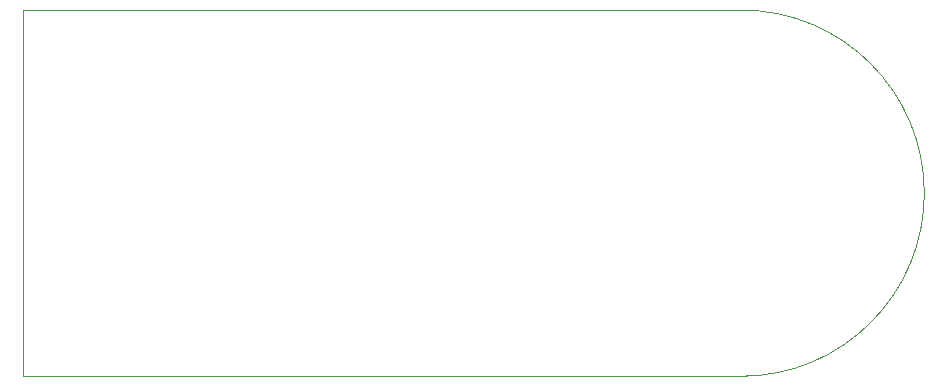
<source format=gbr>
%TF.GenerationSoftware,KiCad,Pcbnew,7.0.5*%
%TF.CreationDate,2024-01-28T13:12:23+09:00*%
%TF.ProjectId,standard_30x80,7374616e-6461-4726-945f-33307838302e,rev?*%
%TF.SameCoordinates,Original*%
%TF.FileFunction,Profile,NP*%
%FSLAX46Y46*%
G04 Gerber Fmt 4.6, Leading zero omitted, Abs format (unit mm)*
G04 Created by KiCad (PCBNEW 7.0.5) date 2024-01-28 13:12:23*
%MOMM*%
%LPD*%
G01*
G04 APERTURE LIST*
%TA.AperFunction,Profile*%
%ADD10C,0.100000*%
%TD*%
%TA.AperFunction,Profile*%
%ADD11C,0.050000*%
%TD*%
G04 APERTURE END LIST*
D10*
X152700000Y-90400000D02*
X91400000Y-90400000D01*
D11*
X91400000Y-59400000D02*
X91400000Y-90400000D01*
D10*
X152200000Y-59400000D02*
X91400000Y-59400000D01*
X152200000Y-90400000D02*
G75*
G03*
X152200000Y-59400000I0J15500000D01*
G01*
M02*

</source>
